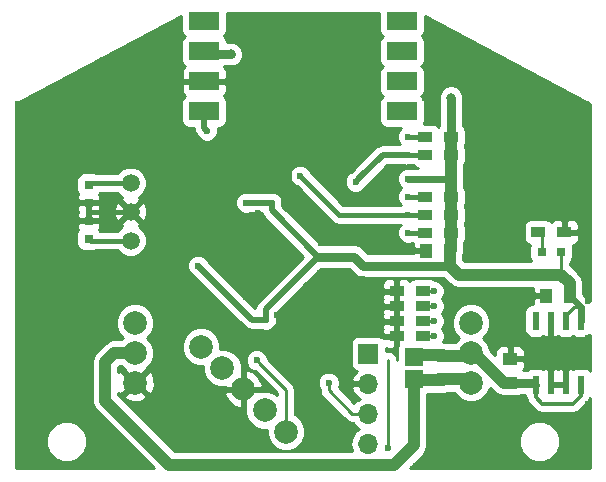
<source format=gtl>
G04 #@! TF.FileFunction,Copper,L1,Top,Signal*
%FSLAX46Y46*%
G04 Gerber Fmt 4.6, Leading zero omitted, Abs format (unit mm)*
G04 Created by KiCad (PCBNEW 4.0.6) date 03/12/17 16:14:44*
%MOMM*%
%LPD*%
G01*
G04 APERTURE LIST*
%ADD10C,0.100000*%
%ADD11R,1.250000X1.000000*%
%ADD12R,1.000000X1.250000*%
%ADD13R,0.750000X0.800000*%
%ADD14C,2.000000*%
%ADD15R,1.200000X0.900000*%
%ADD16R,0.600000X1.550000*%
%ADD17C,1.500000*%
%ADD18R,0.800000X0.800000*%
%ADD19R,1.700000X1.700000*%
%ADD20O,1.700000X1.700000*%
%ADD21R,2.540000X1.520000*%
%ADD22R,1.524000X1.524000*%
%ADD23C,0.600000*%
%ADD24C,0.800000*%
%ADD25C,0.250000*%
%ADD26C,0.400000*%
%ADD27C,1.000000*%
%ADD28C,0.300000*%
%ADD29C,0.800000*%
%ADD30C,0.600000*%
%ADD31C,0.500000*%
%ADD32C,0.254000*%
G04 APERTURE END LIST*
D10*
D11*
X92526000Y-87030000D03*
X92526000Y-85030000D03*
X86938000Y-84760000D03*
X86938000Y-86760000D03*
D12*
X97574000Y-79680000D03*
X95574000Y-79680000D03*
D13*
X56839000Y-70294000D03*
X56839000Y-71794000D03*
X56839000Y-74842000D03*
X56839000Y-73342000D03*
D14*
X89224000Y-87046000D03*
X89224000Y-84506000D03*
X89224000Y-81966000D03*
X60776000Y-87046000D03*
X60776000Y-84506000D03*
X60776000Y-81966000D03*
D15*
X94912000Y-74295000D03*
X97112000Y-74295000D03*
X85136972Y-79294740D03*
X82936972Y-79294740D03*
X85136972Y-80564739D03*
X82936972Y-80564739D03*
X85136973Y-81834738D03*
X82936973Y-81834738D03*
X85136973Y-83104740D03*
X82936973Y-83104740D03*
D16*
X98495000Y-81806000D03*
X97225000Y-81806000D03*
X95955000Y-81806000D03*
X94685000Y-81806000D03*
X94685000Y-87206000D03*
X95955000Y-87206000D03*
X97225000Y-87206000D03*
X98495000Y-87206000D03*
D17*
X60395000Y-70128000D03*
X60395000Y-72568000D03*
X60395000Y-75008000D03*
D12*
X87430000Y-75870000D03*
X85430000Y-75870000D03*
D18*
X96812000Y-75946000D03*
X95212000Y-75946000D03*
D19*
X80518000Y-84582000D03*
D20*
X80518000Y-87122000D03*
X80518000Y-89662000D03*
X80518000Y-92202000D03*
D14*
X66364000Y-83998000D03*
X68160051Y-85794051D03*
X69956102Y-87590102D03*
X71752153Y-89386153D03*
X73548204Y-91182204D03*
D15*
X87530000Y-66218000D03*
X85330000Y-66218000D03*
X87530000Y-67742000D03*
X85330000Y-67742000D03*
X87530000Y-71298000D03*
X85330000Y-71298000D03*
X87530000Y-72822000D03*
X85330000Y-72822000D03*
X87530000Y-74346000D03*
X85330000Y-74346000D03*
D21*
X66620000Y-56439000D03*
X66618000Y-58979000D03*
X66618000Y-61519000D03*
X66618000Y-64059000D03*
X83378000Y-61519000D03*
X83380000Y-56439000D03*
X83378000Y-58979000D03*
X83378000Y-64059000D03*
D22*
X84398000Y-84836200D03*
X84398000Y-86715800D03*
D23*
X82232500Y-92583006D03*
X61849000Y-94043500D03*
X50863500Y-94043500D03*
X50863500Y-88582500D03*
X50863500Y-78422500D03*
X50863500Y-68262500D03*
X92075000Y-94043500D03*
X99003000Y-63424000D03*
X99130000Y-83236000D03*
X99130000Y-85649000D03*
X99130000Y-88824000D03*
X99165643Y-80164818D03*
X99060000Y-94043506D03*
X84582000Y-94107000D03*
X71882000Y-92646500D03*
X78867000Y-92583000D03*
X64262000Y-92646500D03*
X81216500Y-55943500D03*
X68834000Y-55943500D03*
X91757500Y-59690000D03*
X85534500Y-56387998D03*
X58102504Y-59753500D03*
X74930000Y-55943500D03*
X64516004Y-56324500D03*
X89408000Y-66294000D03*
X90875000Y-87935000D03*
X63951000Y-76378000D03*
X67126000Y-74473000D03*
X70174000Y-79807000D03*
X76524000Y-75235000D03*
X73349000Y-71933000D03*
X74746000Y-76378000D03*
X71190000Y-72695000D03*
X72752149Y-81331000D03*
X76397000Y-77775000D03*
X72079000Y-79172000D03*
X85795000Y-88189000D03*
X70174000Y-84506000D03*
X68269000Y-83363000D03*
X64459000Y-80696000D03*
X56839000Y-89459000D03*
X58998000Y-82855000D03*
X55315000Y-72568000D03*
X66237000Y-71425000D03*
X80207000Y-67488000D03*
X73857000Y-68504000D03*
X68142000Y-65710000D03*
X68777000Y-60503000D03*
X73603000Y-60630000D03*
X81223000Y-60503000D03*
X85287000Y-62916000D03*
X88716000Y-76505000D03*
X93923000Y-76378000D03*
X94177000Y-79299000D03*
X91002000Y-83871000D03*
X93669000Y-88443000D03*
X94177000Y-85522000D03*
X87446000Y-83109000D03*
X87573000Y-79299000D03*
X80080000Y-78283000D03*
X77032000Y-80823000D03*
X75127000Y-83236000D03*
X74492000Y-89586000D03*
X71952000Y-83363000D03*
X73349000Y-86030000D03*
X64078000Y-72187000D03*
X99130000Y-68250000D03*
X50870000Y-63424000D03*
X80842000Y-75108000D03*
X71444000Y-68504000D03*
X69285000Y-72568000D03*
X79699000Y-71806000D03*
X84074000Y-68758000D03*
X76778000Y-76378000D03*
X70174002Y-71806000D03*
X72333000Y-71805998D03*
X71825022Y-81712000D03*
X66110000Y-77140000D03*
D24*
X87522200Y-62916000D03*
D23*
X83890000Y-69774000D03*
D24*
X68904000Y-59233000D03*
D23*
X66872000Y-65710000D03*
X83890000Y-74346000D03*
X74746000Y-69520000D03*
X83890000Y-72822000D03*
X83890000Y-71298000D03*
X79445000Y-70028000D03*
X83890000Y-67742000D03*
X83890000Y-66218000D03*
X86049000Y-79299000D03*
X86049000Y-80569000D03*
X86049000Y-81839000D03*
X86049000Y-83109000D03*
X71062997Y-85140997D03*
X77159000Y-87046000D03*
D25*
X82232500Y-85169502D02*
X82232500Y-92158742D01*
X82232500Y-92158742D02*
X82232500Y-92583006D01*
X82157999Y-85095001D02*
X82232500Y-85169502D01*
X51287764Y-94043500D02*
X61849000Y-94043500D01*
X50863500Y-94043500D02*
X51287764Y-94043500D01*
X50863500Y-78422500D02*
X50863500Y-88582500D01*
X50870000Y-63424000D02*
X50870000Y-68256000D01*
X50870000Y-68256000D02*
X50863500Y-68262500D01*
X99060000Y-94043506D02*
X92075006Y-94043506D01*
X92075006Y-94043506D02*
X92075000Y-94043500D01*
X99130000Y-93973506D02*
X99060000Y-94043506D01*
X99130000Y-83236000D02*
X99130000Y-85649000D01*
X99003000Y-63424000D02*
X99003000Y-80002175D01*
X99003000Y-80002175D02*
X99165643Y-80164818D01*
X99130000Y-88824000D02*
X99130000Y-93973506D01*
X74492000Y-89586000D02*
X75870000Y-89586000D01*
X75870000Y-89586000D02*
X78867000Y-92583000D01*
X64459000Y-80696000D02*
X64459000Y-92449500D01*
X64459000Y-92449500D02*
X64262000Y-92646500D01*
X74930000Y-55943500D02*
X81216500Y-55943500D01*
X74930000Y-55943500D02*
X68834000Y-55943500D01*
X50870000Y-63424000D02*
X54178000Y-63424000D01*
X54178000Y-63424000D02*
X57678240Y-59923760D01*
X57678240Y-59923760D02*
X57678240Y-59753500D01*
X57678240Y-59753500D02*
X58102504Y-59753500D01*
X90875000Y-88443000D02*
X90367000Y-88443000D01*
X93669000Y-88443000D02*
X90875000Y-88443000D01*
X90875000Y-88443000D02*
X90875000Y-87935000D01*
X65348000Y-76251000D02*
X65221000Y-76378000D01*
X65221000Y-76378000D02*
X63951000Y-76378000D01*
X65602000Y-75997000D02*
X65348000Y-76251000D01*
X67126000Y-74473000D02*
X65602000Y-75997000D01*
X72079000Y-79172000D02*
X70809000Y-79172000D01*
X70809000Y-79172000D02*
X70174000Y-79807000D01*
X73857000Y-68504000D02*
X73857000Y-71425000D01*
X73857000Y-71425000D02*
X73349000Y-71933000D01*
X74746000Y-76505000D02*
X74746000Y-76378000D01*
X72079000Y-79172000D02*
X74746000Y-76505000D01*
X69285000Y-72568000D02*
X69539000Y-72822000D01*
X69539000Y-72822000D02*
X71063000Y-72822000D01*
X71063000Y-72822000D02*
X71190000Y-72695000D01*
X77032000Y-80823000D02*
X77032000Y-78410000D01*
X77032000Y-78410000D02*
X76397000Y-77775000D01*
X89986000Y-88824000D02*
X86430000Y-88824000D01*
X86430000Y-88824000D02*
X85795000Y-88189000D01*
X90367000Y-88443000D02*
X89986000Y-88824000D01*
X68269000Y-83363000D02*
X69031000Y-83363000D01*
X69031000Y-83363000D02*
X70174000Y-84506000D01*
X56585000Y-84843736D02*
X56585000Y-89205000D01*
X56585000Y-89205000D02*
X56839000Y-89459000D01*
X58998000Y-82855000D02*
X58573736Y-82855000D01*
X58573736Y-82855000D02*
X56585000Y-84843736D01*
X55696000Y-73330000D02*
X55315000Y-72949000D01*
X55315000Y-72949000D02*
X55315000Y-72568000D01*
X56202000Y-73330000D02*
X55696000Y-73330000D01*
X56839000Y-73342000D02*
X56214000Y-73342000D01*
X56214000Y-73342000D02*
X56202000Y-73330000D01*
X68142000Y-65710000D02*
X68142000Y-69520000D01*
X68142000Y-69520000D02*
X66237000Y-71425000D01*
X73857000Y-68504000D02*
X79191000Y-68504000D01*
X79191000Y-68504000D02*
X80207000Y-67488000D01*
X68904000Y-61054264D02*
X68904000Y-64948000D01*
X68904000Y-64948000D02*
X68142000Y-65710000D01*
X68777000Y-60503000D02*
X68777000Y-60927264D01*
X68777000Y-60927264D02*
X68904000Y-61054264D01*
X81223000Y-60503000D02*
X73730000Y-60503000D01*
X73730000Y-60503000D02*
X73603000Y-60630000D01*
X93923000Y-76378000D02*
X88843000Y-76378000D01*
X88843000Y-76378000D02*
X88716000Y-76505000D01*
X91764000Y-80442000D02*
X90621000Y-79299000D01*
X92526000Y-81204000D02*
X91764000Y-80442000D01*
X91764000Y-80442000D02*
X93034000Y-80442000D01*
X93034000Y-80442000D02*
X94177000Y-79299000D01*
X92526000Y-83490000D02*
X92526000Y-81204000D01*
X92526000Y-85030000D02*
X92526000Y-83490000D01*
X92526000Y-83490000D02*
X91383000Y-83490000D01*
X91383000Y-83490000D02*
X91002000Y-83871000D01*
X92526000Y-85030000D02*
X93685000Y-85030000D01*
X93685000Y-85030000D02*
X94177000Y-85522000D01*
X90621000Y-79299000D02*
X87573000Y-79299000D01*
X80518000Y-87122000D02*
X79013000Y-87122000D01*
X79013000Y-87122000D02*
X75127000Y-83236000D01*
X73349000Y-86030000D02*
X73349000Y-84760000D01*
X73349000Y-84760000D02*
X71952000Y-83363000D01*
X66618000Y-61519000D02*
X56204000Y-61519000D01*
X56204000Y-61519000D02*
X54299000Y-63424000D01*
X54299000Y-63424000D02*
X50870000Y-63424000D01*
D26*
X56839000Y-72634082D02*
X56839000Y-73342000D01*
X56839000Y-71794001D02*
X56839000Y-72634082D01*
X56839000Y-72634082D02*
X56905082Y-72568001D01*
X56905082Y-72568001D02*
X60395000Y-72568001D01*
X56839000Y-71794000D02*
X56839000Y-71794001D01*
D27*
X89224000Y-84506000D02*
X89478000Y-84506000D01*
X89478000Y-84506000D02*
X92002000Y-87030000D01*
X92002000Y-87030000D02*
X92526000Y-87030000D01*
X86938000Y-84760000D02*
X88970000Y-84760000D01*
X88970000Y-84760000D02*
X89224000Y-84506000D01*
X86938000Y-84760000D02*
X86874500Y-84696500D01*
X86874500Y-84696500D02*
X84398000Y-84696500D01*
D28*
X94685000Y-87206000D02*
X94685000Y-88281000D01*
X94685000Y-88281000D02*
X95228000Y-88824000D01*
X95228000Y-88824000D02*
X97860000Y-88824000D01*
X97860000Y-88824000D02*
X98495000Y-88189000D01*
X98495000Y-88189000D02*
X98495000Y-87206000D01*
D29*
X92526000Y-87030000D02*
X94509000Y-87030000D01*
D30*
X94509000Y-87030000D02*
X94685000Y-87206000D01*
D29*
X80080000Y-77140000D02*
X79318000Y-76378000D01*
X87414000Y-77140000D02*
X80080000Y-77140000D01*
X79318000Y-76378000D02*
X76778000Y-76378000D01*
X87430000Y-77124000D02*
X87414000Y-77140000D01*
X76778000Y-76378000D02*
X76270000Y-76378000D01*
D25*
X98495000Y-80601000D02*
X97955000Y-80601000D01*
X97955000Y-80601000D02*
X97225000Y-81331000D01*
X97225000Y-81331000D02*
X97225000Y-81806000D01*
D30*
X98495000Y-80601000D02*
X97574000Y-79680000D01*
X98495000Y-81806000D02*
X98495000Y-80601000D01*
D31*
X76270000Y-76378000D02*
X72333000Y-72441000D01*
X72333000Y-72441000D02*
X72333000Y-71805998D01*
X70174004Y-71805998D02*
X70174002Y-71806000D01*
X72333000Y-71805998D02*
X70174004Y-71805998D01*
X71825022Y-81712000D02*
X71825022Y-80822978D01*
X71825022Y-80822978D02*
X76270000Y-76378000D01*
D25*
X96812000Y-75946000D02*
X96812000Y-77870000D01*
X96812000Y-77870000D02*
X96844000Y-77902000D01*
D27*
X88208000Y-77902000D02*
X96844000Y-77902000D01*
D31*
X66110000Y-77140000D02*
X70682000Y-81712000D01*
X71400758Y-81712000D02*
X71825022Y-81712000D01*
X70682000Y-81712000D02*
X71400758Y-81712000D01*
D29*
X87530000Y-62923800D02*
X87522200Y-62916000D01*
X87530000Y-66218000D02*
X87530000Y-62923800D01*
D27*
X87530000Y-66218000D02*
X87530000Y-67742000D01*
X87530000Y-67742000D02*
X87530000Y-71298000D01*
X87530000Y-72822000D02*
X87530000Y-71298000D01*
X87530000Y-74346000D02*
X87530000Y-72822000D01*
X87530000Y-74346000D02*
X87530000Y-75770000D01*
X87530000Y-75770000D02*
X87430000Y-75870000D01*
X87430000Y-75870000D02*
X87430000Y-77124000D01*
X87430000Y-77124000D02*
X88208000Y-77902000D01*
X96844000Y-77902000D02*
X97574000Y-78632000D01*
X97574000Y-78632000D02*
X97574000Y-79680000D01*
D28*
X97828000Y-79426000D02*
X97574000Y-79680000D01*
D29*
X87530000Y-67742000D02*
X87530000Y-69266000D01*
X87530000Y-69266000D02*
X87530000Y-69774000D01*
D30*
X86938000Y-69774000D02*
X87022000Y-69774000D01*
X87022000Y-69774000D02*
X87530000Y-69266000D01*
X86938000Y-69774000D02*
X87530000Y-69774000D01*
X83890000Y-69774000D02*
X86938000Y-69774000D01*
D29*
X87530000Y-69774000D02*
X87530000Y-70282000D01*
X87530000Y-70282000D02*
X87530000Y-71298000D01*
D30*
X87022000Y-69774000D02*
X87530000Y-70282000D01*
D29*
X68904000Y-59233000D02*
X66872000Y-59233000D01*
X66872000Y-59233000D02*
X66618000Y-58979000D01*
D26*
X56839000Y-70294000D02*
X57005000Y-70128000D01*
X57005000Y-70128000D02*
X60395000Y-70128000D01*
D31*
X66618000Y-64059000D02*
X66618000Y-65456000D01*
X66618000Y-65456000D02*
X66872000Y-65710000D01*
D26*
X85330000Y-74346000D02*
X83890000Y-74346000D01*
X74746000Y-69520000D02*
X78048000Y-72822000D01*
X78048000Y-72822000D02*
X83890000Y-72822000D01*
X85330000Y-72822000D02*
X83890000Y-72822000D01*
X85330000Y-71298000D02*
X83890000Y-71298000D01*
D31*
X79744999Y-69728001D02*
X79445000Y-70028000D01*
X81731000Y-67742000D02*
X79744999Y-69728001D01*
X83890000Y-67742000D02*
X81731000Y-67742000D01*
D26*
X85330000Y-67742000D02*
X83890000Y-67742000D01*
X85330000Y-66218000D02*
X83890000Y-66218000D01*
X56839000Y-74842000D02*
X57005000Y-75008000D01*
X57005000Y-75008000D02*
X60395000Y-75008000D01*
D25*
X95212000Y-75946000D02*
X95212000Y-74595000D01*
X95212000Y-74595000D02*
X94912000Y-74295000D01*
X86049000Y-79299000D02*
X85141232Y-79299000D01*
X85141232Y-79299000D02*
X85136972Y-79294740D01*
X85136972Y-80564739D02*
X86044739Y-80564739D01*
X86044739Y-80564739D02*
X86049000Y-80569000D01*
X86049000Y-81839000D02*
X85141235Y-81839000D01*
X85141235Y-81839000D02*
X85136973Y-81834738D01*
X85136973Y-83104740D02*
X86044740Y-83104740D01*
X86044740Y-83104740D02*
X86049000Y-83109000D01*
X73548204Y-87626204D02*
X71362996Y-85440996D01*
X73548204Y-91182204D02*
X73548204Y-87626204D01*
X71362996Y-85440996D02*
X71062997Y-85140997D01*
D27*
X86938000Y-86760000D02*
X86842500Y-86855500D01*
X86842500Y-86855500D02*
X84398000Y-86855500D01*
X84398000Y-92322500D02*
X82740500Y-93980000D01*
X84398000Y-86855500D02*
X84398000Y-92322500D01*
X82740500Y-93980000D02*
X63646000Y-93980000D01*
X58236000Y-88570000D02*
X58236000Y-85268000D01*
X63646000Y-93980000D02*
X58236000Y-88570000D01*
X58998000Y-84506000D02*
X60776000Y-84506000D01*
X58236000Y-85268000D02*
X58998000Y-84506000D01*
X86938000Y-86760000D02*
X88938000Y-86760000D01*
X88938000Y-86760000D02*
X89224000Y-87046000D01*
D25*
X77159000Y-87046000D02*
X77159000Y-87681000D01*
X77159000Y-87681000D02*
X79140000Y-89662000D01*
X79140000Y-89662000D02*
X80518000Y-89662000D01*
D32*
G36*
X91199434Y-87832566D02*
X91567654Y-88078603D01*
X91583817Y-88081818D01*
X91649110Y-88126431D01*
X91901000Y-88177440D01*
X93151000Y-88177440D01*
X93386317Y-88133162D01*
X93492244Y-88065000D01*
X93753366Y-88065000D01*
X93781838Y-88216317D01*
X93920910Y-88432441D01*
X93931573Y-88439727D01*
X93959755Y-88581407D01*
X94129921Y-88836079D01*
X94672921Y-89379079D01*
X94927593Y-89549245D01*
X95228000Y-89609000D01*
X97860000Y-89609000D01*
X98160407Y-89549245D01*
X98415079Y-89379079D01*
X99050079Y-88744079D01*
X99220245Y-88489406D01*
X99226509Y-88457916D01*
X99246441Y-88445090D01*
X99290000Y-88381339D01*
X99290000Y-94290000D01*
X84035632Y-94290000D01*
X85200566Y-93125066D01*
X85208406Y-93113333D01*
X85446603Y-92756846D01*
X85528803Y-92343599D01*
X93264699Y-92343599D01*
X93528281Y-92981515D01*
X94015918Y-93470004D01*
X94653373Y-93734699D01*
X95343599Y-93735301D01*
X95981515Y-93471719D01*
X96470004Y-92984082D01*
X96734699Y-92346627D01*
X96735301Y-91656401D01*
X96471719Y-91018485D01*
X95984082Y-90529996D01*
X95346627Y-90265301D01*
X94656401Y-90264699D01*
X94018485Y-90528281D01*
X93529996Y-91015918D01*
X93265301Y-91653373D01*
X93264699Y-92343599D01*
X85528803Y-92343599D01*
X85533000Y-92322500D01*
X85533000Y-87992365D01*
X85535899Y-87990500D01*
X86842500Y-87990500D01*
X87260070Y-87907440D01*
X87563000Y-87907440D01*
X87629113Y-87895000D01*
X87805727Y-87895000D01*
X87837106Y-87970943D01*
X88296637Y-88431278D01*
X88897352Y-88680716D01*
X89547795Y-88681284D01*
X90148943Y-88432894D01*
X90609278Y-87973363D01*
X90823742Y-87456874D01*
X91199434Y-87832566D01*
X91199434Y-87832566D01*
G37*
X91199434Y-87832566D02*
X91567654Y-88078603D01*
X91583817Y-88081818D01*
X91649110Y-88126431D01*
X91901000Y-88177440D01*
X93151000Y-88177440D01*
X93386317Y-88133162D01*
X93492244Y-88065000D01*
X93753366Y-88065000D01*
X93781838Y-88216317D01*
X93920910Y-88432441D01*
X93931573Y-88439727D01*
X93959755Y-88581407D01*
X94129921Y-88836079D01*
X94672921Y-89379079D01*
X94927593Y-89549245D01*
X95228000Y-89609000D01*
X97860000Y-89609000D01*
X98160407Y-89549245D01*
X98415079Y-89379079D01*
X99050079Y-88744079D01*
X99220245Y-88489406D01*
X99226509Y-88457916D01*
X99246441Y-88445090D01*
X99290000Y-88381339D01*
X99290000Y-94290000D01*
X84035632Y-94290000D01*
X85200566Y-93125066D01*
X85208406Y-93113333D01*
X85446603Y-92756846D01*
X85528803Y-92343599D01*
X93264699Y-92343599D01*
X93528281Y-92981515D01*
X94015918Y-93470004D01*
X94653373Y-93734699D01*
X95343599Y-93735301D01*
X95981515Y-93471719D01*
X96470004Y-92984082D01*
X96734699Y-92346627D01*
X96735301Y-91656401D01*
X96471719Y-91018485D01*
X95984082Y-90529996D01*
X95346627Y-90265301D01*
X94656401Y-90264699D01*
X94018485Y-90528281D01*
X93529996Y-91015918D01*
X93265301Y-91653373D01*
X93264699Y-92343599D01*
X85528803Y-92343599D01*
X85533000Y-92322500D01*
X85533000Y-87992365D01*
X85535899Y-87990500D01*
X86842500Y-87990500D01*
X87260070Y-87907440D01*
X87563000Y-87907440D01*
X87629113Y-87895000D01*
X87805727Y-87895000D01*
X87837106Y-87970943D01*
X88296637Y-88431278D01*
X88897352Y-88680716D01*
X89547795Y-88681284D01*
X90148943Y-88432894D01*
X90609278Y-87973363D01*
X90823742Y-87456874D01*
X91199434Y-87832566D01*
G36*
X81462560Y-57199000D02*
X81506838Y-57434317D01*
X81645910Y-57650441D01*
X81729815Y-57707771D01*
X81656559Y-57754910D01*
X81511569Y-57967110D01*
X81460560Y-58219000D01*
X81460560Y-59739000D01*
X81504838Y-59974317D01*
X81643910Y-60190441D01*
X81728785Y-60248434D01*
X81656559Y-60294910D01*
X81511569Y-60507110D01*
X81460560Y-60759000D01*
X81460560Y-62279000D01*
X81504838Y-62514317D01*
X81643910Y-62730441D01*
X81728785Y-62788434D01*
X81656559Y-62834910D01*
X81511569Y-63047110D01*
X81460560Y-63299000D01*
X81460560Y-64819000D01*
X81504838Y-65054317D01*
X81643910Y-65270441D01*
X81856110Y-65415431D01*
X82108000Y-65466440D01*
X83319427Y-65466440D01*
X83097808Y-65687673D01*
X82955162Y-66031201D01*
X82954838Y-66403167D01*
X83096883Y-66746943D01*
X83206748Y-66857000D01*
X81731005Y-66857000D01*
X81731000Y-66856999D01*
X81392326Y-66924366D01*
X81323190Y-66970561D01*
X81105210Y-67116210D01*
X81105208Y-67116213D01*
X79119209Y-69102211D01*
X79119207Y-69102214D01*
X79036165Y-69185255D01*
X78916057Y-69234883D01*
X78652808Y-69497673D01*
X78510162Y-69841201D01*
X78509838Y-70213167D01*
X78651883Y-70556943D01*
X78914673Y-70820192D01*
X79258201Y-70962838D01*
X79630167Y-70963162D01*
X79973943Y-70821117D01*
X80237192Y-70558327D01*
X80287566Y-70437013D01*
X80370786Y-70353793D01*
X80370789Y-70353791D01*
X82097579Y-68627000D01*
X83583178Y-68627000D01*
X83703201Y-68676838D01*
X84075167Y-68677162D01*
X84242988Y-68607820D01*
X84265910Y-68643441D01*
X84478110Y-68788431D01*
X84727827Y-68839000D01*
X83890816Y-68839000D01*
X83704833Y-68838838D01*
X83361057Y-68980883D01*
X83097808Y-69243673D01*
X82955162Y-69587201D01*
X82954838Y-69959167D01*
X83096883Y-70302943D01*
X83329709Y-70536176D01*
X83097808Y-70767673D01*
X82955162Y-71111201D01*
X82954838Y-71483167D01*
X83096883Y-71826943D01*
X83256661Y-71987000D01*
X78393868Y-71987000D01*
X75638535Y-69231667D01*
X75539117Y-68991057D01*
X75276327Y-68727808D01*
X74932799Y-68585162D01*
X74560833Y-68584838D01*
X74217057Y-68726883D01*
X73953808Y-68989673D01*
X73811162Y-69333201D01*
X73810838Y-69705167D01*
X73952883Y-70048943D01*
X74215673Y-70312192D01*
X74457910Y-70412778D01*
X77457566Y-73412434D01*
X77728459Y-73593439D01*
X78048000Y-73657000D01*
X83256758Y-73657000D01*
X83097808Y-73815673D01*
X82955162Y-74159201D01*
X82954838Y-74531167D01*
X83096883Y-74874943D01*
X83359673Y-75138192D01*
X83703201Y-75280838D01*
X84075167Y-75281162D01*
X84242988Y-75211820D01*
X84265910Y-75247441D01*
X84295000Y-75267317D01*
X84295000Y-75584250D01*
X84453750Y-75743000D01*
X85303000Y-75743000D01*
X85303000Y-75723000D01*
X85557000Y-75723000D01*
X85557000Y-75743000D01*
X85577000Y-75743000D01*
X85577000Y-75997000D01*
X85557000Y-75997000D01*
X85557000Y-76017000D01*
X85303000Y-76017000D01*
X85303000Y-75997000D01*
X84453750Y-75997000D01*
X84345750Y-76105000D01*
X80508711Y-76105000D01*
X80049856Y-75646144D01*
X79714077Y-75421785D01*
X79318000Y-75342999D01*
X79317995Y-75343000D01*
X76486579Y-75343000D01*
X73229267Y-72085687D01*
X73267838Y-71992797D01*
X73268162Y-71620831D01*
X73126117Y-71277055D01*
X72863327Y-71013806D01*
X72519799Y-70871160D01*
X72147833Y-70870836D01*
X72026431Y-70920998D01*
X70480819Y-70920998D01*
X70360801Y-70871162D01*
X69988835Y-70870838D01*
X69645059Y-71012883D01*
X69381810Y-71275673D01*
X69239164Y-71619201D01*
X69238840Y-71991167D01*
X69380885Y-72334943D01*
X69643675Y-72598192D01*
X69987203Y-72740838D01*
X70359169Y-72741162D01*
X70480575Y-72690998D01*
X71497728Y-72690998D01*
X71504190Y-72723484D01*
X71515367Y-72779675D01*
X71668462Y-73008799D01*
X71707210Y-73066790D01*
X75018421Y-76378000D01*
X71199232Y-80197188D01*
X71007389Y-80484303D01*
X71007389Y-80484304D01*
X70957365Y-80735786D01*
X66952744Y-76731164D01*
X66903117Y-76611057D01*
X66640327Y-76347808D01*
X66296799Y-76205162D01*
X65924833Y-76204838D01*
X65581057Y-76346883D01*
X65317808Y-76609673D01*
X65175162Y-76953201D01*
X65174838Y-77325167D01*
X65316883Y-77668943D01*
X65579673Y-77932192D01*
X65700986Y-77982566D01*
X70056208Y-82337787D01*
X70056210Y-82337790D01*
X70343325Y-82529633D01*
X70682000Y-82597000D01*
X71518200Y-82597000D01*
X71638223Y-82646838D01*
X72010189Y-82647162D01*
X72353965Y-82505117D01*
X72617214Y-82242327D01*
X72667806Y-82120488D01*
X81701973Y-82120488D01*
X81701973Y-82411048D01*
X81726284Y-82469739D01*
X81701973Y-82528430D01*
X81701973Y-82818990D01*
X81860723Y-82977740D01*
X82809973Y-82977740D01*
X82809973Y-81961738D01*
X81860723Y-81961738D01*
X81701973Y-82120488D01*
X72667806Y-82120488D01*
X72759860Y-81898799D01*
X72760184Y-81526833D01*
X72710022Y-81405431D01*
X72710022Y-81189558D01*
X73049090Y-80850489D01*
X81701972Y-80850489D01*
X81701972Y-81141049D01*
X81726283Y-81199740D01*
X81701973Y-81258428D01*
X81701973Y-81548988D01*
X81860723Y-81707738D01*
X82809973Y-81707738D01*
X82809973Y-80908488D01*
X82809972Y-80908487D01*
X82809972Y-80691739D01*
X81860722Y-80691739D01*
X81701972Y-80850489D01*
X73049090Y-80850489D01*
X74319089Y-79580490D01*
X81701972Y-79580490D01*
X81701972Y-79871050D01*
X81726282Y-79929740D01*
X81701972Y-79988429D01*
X81701972Y-80278989D01*
X81860722Y-80437739D01*
X82809972Y-80437739D01*
X82809972Y-79421740D01*
X81860722Y-79421740D01*
X81701972Y-79580490D01*
X74319089Y-79580490D01*
X75181149Y-78718430D01*
X81701972Y-78718430D01*
X81701972Y-79008990D01*
X81860722Y-79167740D01*
X82809972Y-79167740D01*
X82809972Y-78368490D01*
X82651222Y-78209740D01*
X82210663Y-78209740D01*
X81977274Y-78306413D01*
X81798645Y-78485041D01*
X81701972Y-78718430D01*
X75181149Y-78718430D01*
X76486579Y-77413000D01*
X78889288Y-77413000D01*
X79348142Y-77871853D01*
X79348144Y-77871856D01*
X79651930Y-78074838D01*
X79683923Y-78096215D01*
X80080000Y-78175001D01*
X80080005Y-78175000D01*
X86875868Y-78175000D01*
X87405434Y-78704566D01*
X87773654Y-78950603D01*
X88208000Y-79037000D01*
X94439000Y-79037000D01*
X94439000Y-79394250D01*
X94597750Y-79553000D01*
X95447000Y-79553000D01*
X95447000Y-79533000D01*
X95701000Y-79533000D01*
X95701000Y-79553000D01*
X95721000Y-79553000D01*
X95721000Y-79807000D01*
X95701000Y-79807000D01*
X95701000Y-79827000D01*
X95447000Y-79827000D01*
X95447000Y-79807000D01*
X94597750Y-79807000D01*
X94439000Y-79965750D01*
X94439000Y-80383560D01*
X94385000Y-80383560D01*
X94149683Y-80427838D01*
X93933559Y-80566910D01*
X93788569Y-80779110D01*
X93737560Y-81031000D01*
X93737560Y-82581000D01*
X93781838Y-82816317D01*
X93920910Y-83032441D01*
X94133110Y-83177431D01*
X94385000Y-83228440D01*
X94985000Y-83228440D01*
X95220317Y-83184162D01*
X95310980Y-83125822D01*
X95528690Y-83216000D01*
X95669250Y-83216000D01*
X95828000Y-83057250D01*
X95828000Y-81933000D01*
X95808000Y-81933000D01*
X95808000Y-81679000D01*
X95828000Y-81679000D01*
X95828000Y-81659000D01*
X96082000Y-81659000D01*
X96082000Y-81679000D01*
X96102000Y-81679000D01*
X96102000Y-81933000D01*
X96082000Y-81933000D01*
X96082000Y-83057250D01*
X96240750Y-83216000D01*
X96381310Y-83216000D01*
X96598122Y-83126194D01*
X96673110Y-83177431D01*
X96925000Y-83228440D01*
X97525000Y-83228440D01*
X97760317Y-83184162D01*
X97859528Y-83120322D01*
X97943110Y-83177431D01*
X98195000Y-83228440D01*
X98795000Y-83228440D01*
X99030317Y-83184162D01*
X99246441Y-83045090D01*
X99290000Y-82981339D01*
X99290000Y-86027594D01*
X99259090Y-85979559D01*
X99046890Y-85834569D01*
X98795000Y-85783560D01*
X98195000Y-85783560D01*
X97959683Y-85827838D01*
X97869020Y-85886178D01*
X97651310Y-85796000D01*
X97510750Y-85796000D01*
X97352000Y-85954750D01*
X97352000Y-87079000D01*
X97372000Y-87079000D01*
X97372000Y-87333000D01*
X97352000Y-87333000D01*
X97352000Y-87353000D01*
X97098000Y-87353000D01*
X97098000Y-87333000D01*
X96082000Y-87333000D01*
X96082000Y-87353000D01*
X95828000Y-87353000D01*
X95828000Y-87333000D01*
X95808000Y-87333000D01*
X95808000Y-87079000D01*
X95828000Y-87079000D01*
X95828000Y-85954750D01*
X96082000Y-85954750D01*
X96082000Y-87079000D01*
X97098000Y-87079000D01*
X97098000Y-85954750D01*
X96939250Y-85796000D01*
X96798690Y-85796000D01*
X96590000Y-85882442D01*
X96381310Y-85796000D01*
X96240750Y-85796000D01*
X96082000Y-85954750D01*
X95828000Y-85954750D01*
X95669250Y-85796000D01*
X95528690Y-85796000D01*
X95311878Y-85885806D01*
X95236890Y-85834569D01*
X94985000Y-85783560D01*
X94385000Y-85783560D01*
X94149683Y-85827838D01*
X93933559Y-85966910D01*
X93914366Y-85995000D01*
X93584026Y-85995000D01*
X93689327Y-85889698D01*
X93786000Y-85656309D01*
X93786000Y-85315750D01*
X93627250Y-85157000D01*
X92653000Y-85157000D01*
X92653000Y-85177000D01*
X92399000Y-85177000D01*
X92399000Y-85157000D01*
X92379000Y-85157000D01*
X92379000Y-84903000D01*
X92399000Y-84903000D01*
X92399000Y-84053750D01*
X92653000Y-84053750D01*
X92653000Y-84903000D01*
X93627250Y-84903000D01*
X93786000Y-84744250D01*
X93786000Y-84403691D01*
X93689327Y-84170302D01*
X93510699Y-83991673D01*
X93277310Y-83895000D01*
X92811750Y-83895000D01*
X92653000Y-84053750D01*
X92399000Y-84053750D01*
X92240250Y-83895000D01*
X91774690Y-83895000D01*
X91541301Y-83991673D01*
X91362673Y-84170302D01*
X91266000Y-84403691D01*
X91266000Y-84688868D01*
X90859197Y-84282065D01*
X90859284Y-84182205D01*
X90610894Y-83581057D01*
X90266241Y-83235801D01*
X90609278Y-82893363D01*
X90858716Y-82292648D01*
X90859284Y-81642205D01*
X90610894Y-81041057D01*
X90151363Y-80580722D01*
X89550648Y-80331284D01*
X88900205Y-80330716D01*
X88299057Y-80579106D01*
X87838722Y-81038637D01*
X87589284Y-81639352D01*
X87588716Y-82289795D01*
X87837106Y-82890943D01*
X88181759Y-83236199D01*
X87838722Y-83578637D01*
X87819470Y-83625000D01*
X87624431Y-83625000D01*
X87563000Y-83612560D01*
X87131195Y-83612560D01*
X86874500Y-83561500D01*
X86873509Y-83561500D01*
X86983838Y-83295799D01*
X86984162Y-82923833D01*
X86842117Y-82580057D01*
X86736290Y-82474046D01*
X86841192Y-82369327D01*
X86983838Y-82025799D01*
X86984162Y-81653833D01*
X86842117Y-81310057D01*
X86736290Y-81204046D01*
X86841192Y-81099327D01*
X86983838Y-80755799D01*
X86984162Y-80383833D01*
X86842117Y-80040057D01*
X86736290Y-79934046D01*
X86841192Y-79829327D01*
X86983838Y-79485799D01*
X86984162Y-79113833D01*
X86842117Y-78770057D01*
X86579327Y-78506808D01*
X86235799Y-78364162D01*
X86158320Y-78364095D01*
X85988862Y-78248309D01*
X85736972Y-78197300D01*
X84536972Y-78197300D01*
X84301655Y-78241578D01*
X84085531Y-78380650D01*
X84039003Y-78448746D01*
X83896670Y-78306413D01*
X83663281Y-78209740D01*
X83222722Y-78209740D01*
X83063972Y-78368490D01*
X83063972Y-79167740D01*
X83083972Y-79167740D01*
X83083972Y-79421740D01*
X83063972Y-79421740D01*
X83063972Y-80437739D01*
X83083972Y-80437739D01*
X83083972Y-80691739D01*
X83063972Y-80691739D01*
X83063972Y-81490989D01*
X83063973Y-81490990D01*
X83063973Y-81707738D01*
X83083973Y-81707738D01*
X83083973Y-81961738D01*
X83063973Y-81961738D01*
X83063973Y-82977740D01*
X83083973Y-82977740D01*
X83083973Y-83231740D01*
X83063973Y-83231740D01*
X83063973Y-83786594D01*
X83039569Y-83822310D01*
X82988560Y-84074200D01*
X82988560Y-85149694D01*
X82946918Y-84940346D01*
X82934648Y-84878662D01*
X82769901Y-84632101D01*
X82695400Y-84557600D01*
X82448838Y-84392853D01*
X82157999Y-84335001D01*
X82015440Y-84363358D01*
X82015440Y-84108875D01*
X82210664Y-84189740D01*
X82651223Y-84189740D01*
X82809973Y-84030990D01*
X82809973Y-83231740D01*
X81860723Y-83231740D01*
X81820098Y-83272365D01*
X81619890Y-83135569D01*
X81368000Y-83084560D01*
X79668000Y-83084560D01*
X79432683Y-83128838D01*
X79216559Y-83267910D01*
X79071569Y-83480110D01*
X79020560Y-83732000D01*
X79020560Y-85432000D01*
X79064838Y-85667317D01*
X79203910Y-85883441D01*
X79416110Y-86028431D01*
X79524107Y-86050301D01*
X79246355Y-86355076D01*
X79076524Y-86765110D01*
X79197845Y-86995000D01*
X80391000Y-86995000D01*
X80391000Y-86975000D01*
X80645000Y-86975000D01*
X80645000Y-86995000D01*
X80665000Y-86995000D01*
X80665000Y-87249000D01*
X80645000Y-87249000D01*
X80645000Y-87269000D01*
X80391000Y-87269000D01*
X80391000Y-87249000D01*
X79197845Y-87249000D01*
X79076524Y-87478890D01*
X79246355Y-87888924D01*
X79636642Y-88317183D01*
X79779553Y-88384298D01*
X79438853Y-88611946D01*
X79329062Y-88776260D01*
X78003400Y-87450598D01*
X78093838Y-87232799D01*
X78094162Y-86860833D01*
X77952117Y-86517057D01*
X77689327Y-86253808D01*
X77345799Y-86111162D01*
X76973833Y-86110838D01*
X76630057Y-86252883D01*
X76366808Y-86515673D01*
X76224162Y-86859201D01*
X76223838Y-87231167D01*
X76365883Y-87574943D01*
X76399000Y-87608118D01*
X76399000Y-87681000D01*
X76456852Y-87971839D01*
X76621599Y-88218401D01*
X78602599Y-90199401D01*
X78849161Y-90364148D01*
X79140000Y-90422000D01*
X79245046Y-90422000D01*
X79438853Y-90712054D01*
X79768026Y-90932000D01*
X79438853Y-91151946D01*
X79116946Y-91633715D01*
X79003907Y-92202000D01*
X79116946Y-92770285D01*
X79166869Y-92845000D01*
X64116132Y-92845000D01*
X59469664Y-88198532D01*
X59803073Y-88198532D01*
X59901736Y-88465387D01*
X60511461Y-88691908D01*
X61161460Y-88667856D01*
X61650264Y-88465387D01*
X61748927Y-88198532D01*
X60776000Y-87225605D01*
X59803073Y-88198532D01*
X59469664Y-88198532D01*
X59371000Y-88099868D01*
X59371000Y-87925583D01*
X59623468Y-88018927D01*
X60596395Y-87046000D01*
X60955605Y-87046000D01*
X61928532Y-88018927D01*
X62045821Y-87975562D01*
X68334246Y-87975562D01*
X68605212Y-88566878D01*
X69081838Y-89009489D01*
X69570642Y-89211958D01*
X69829102Y-89093028D01*
X69829102Y-87783851D01*
X69970243Y-87783851D01*
X70083102Y-87896710D01*
X70083102Y-89093028D01*
X70117394Y-89108807D01*
X70116869Y-89709948D01*
X70365259Y-90311096D01*
X70824790Y-90771431D01*
X71425505Y-91020869D01*
X71913343Y-91021295D01*
X71912920Y-91505999D01*
X72161310Y-92107147D01*
X72620841Y-92567482D01*
X73221556Y-92816920D01*
X73871999Y-92817488D01*
X74473147Y-92569098D01*
X74933482Y-92109567D01*
X75182920Y-91508852D01*
X75183488Y-90858409D01*
X74935098Y-90257261D01*
X74475567Y-89796926D01*
X74308204Y-89727431D01*
X74308204Y-87626204D01*
X74250352Y-87335365D01*
X74085605Y-87088803D01*
X71998119Y-85001317D01*
X71998159Y-84955830D01*
X71856114Y-84612054D01*
X71593324Y-84348805D01*
X71249796Y-84206159D01*
X70877830Y-84205835D01*
X70534054Y-84347880D01*
X70270805Y-84610670D01*
X70128159Y-84954198D01*
X70127835Y-85326164D01*
X70269880Y-85669940D01*
X70532670Y-85933189D01*
X70876198Y-86075835D01*
X70923074Y-86075876D01*
X72788204Y-87941006D01*
X72788204Y-88109753D01*
X72679516Y-88000875D01*
X72078801Y-87751437D01*
X71474584Y-87750909D01*
X71459028Y-87717102D01*
X70262710Y-87717102D01*
X70149851Y-87604243D01*
X69970243Y-87783851D01*
X69829102Y-87783851D01*
X69829102Y-87717102D01*
X68453176Y-87717102D01*
X68334246Y-87975562D01*
X62045821Y-87975562D01*
X62195387Y-87920264D01*
X62421908Y-87310539D01*
X62397856Y-86660540D01*
X62195387Y-86171736D01*
X61928532Y-86073073D01*
X60955605Y-87046000D01*
X60596395Y-87046000D01*
X59623468Y-86073073D01*
X59371000Y-86166417D01*
X59371000Y-85738132D01*
X59468132Y-85641000D01*
X59598796Y-85641000D01*
X59815978Y-85858562D01*
X59803073Y-85893468D01*
X60776000Y-86866395D01*
X61748927Y-85893468D01*
X61735836Y-85858062D01*
X62161278Y-85433363D01*
X62410716Y-84832648D01*
X62411162Y-84321795D01*
X64728716Y-84321795D01*
X64977106Y-84922943D01*
X65436637Y-85383278D01*
X66037352Y-85632716D01*
X66525190Y-85633142D01*
X66524767Y-86117846D01*
X66773157Y-86718994D01*
X67232688Y-87179329D01*
X67833403Y-87428767D01*
X68437620Y-87429295D01*
X68453176Y-87463102D01*
X69649494Y-87463102D01*
X69762353Y-87575961D01*
X69941961Y-87396353D01*
X69829102Y-87283494D01*
X69829102Y-86087176D01*
X70083102Y-86087176D01*
X70083102Y-87463102D01*
X71459028Y-87463102D01*
X71577958Y-87204642D01*
X71306992Y-86613326D01*
X70830366Y-86170715D01*
X70341562Y-85968246D01*
X70083102Y-86087176D01*
X69829102Y-86087176D01*
X69794810Y-86071397D01*
X69795335Y-85470256D01*
X69546945Y-84869108D01*
X69087414Y-84408773D01*
X68486699Y-84159335D01*
X67998861Y-84158909D01*
X67999284Y-83674205D01*
X67750894Y-83073057D01*
X67291363Y-82612722D01*
X66690648Y-82363284D01*
X66040205Y-82362716D01*
X65439057Y-82611106D01*
X64978722Y-83070637D01*
X64729284Y-83671352D01*
X64728716Y-84321795D01*
X62411162Y-84321795D01*
X62411284Y-84182205D01*
X62162894Y-83581057D01*
X61818241Y-83235801D01*
X62161278Y-82893363D01*
X62410716Y-82292648D01*
X62411284Y-81642205D01*
X62162894Y-81041057D01*
X61703363Y-80580722D01*
X61102648Y-80331284D01*
X60452205Y-80330716D01*
X59851057Y-80579106D01*
X59390722Y-81038637D01*
X59141284Y-81639352D01*
X59140716Y-82289795D01*
X59389106Y-82890943D01*
X59733759Y-83236199D01*
X59598722Y-83371000D01*
X58998000Y-83371000D01*
X58563654Y-83457397D01*
X58280790Y-83646401D01*
X58195434Y-83703434D01*
X57433434Y-84465434D01*
X57187397Y-84833654D01*
X57101000Y-85268000D01*
X57101000Y-88570000D01*
X57187397Y-89004346D01*
X57267748Y-89124599D01*
X57433434Y-89372566D01*
X62350868Y-94290000D01*
X50710000Y-94290000D01*
X50710000Y-92343599D01*
X53264699Y-92343599D01*
X53528281Y-92981515D01*
X54015918Y-93470004D01*
X54653373Y-93734699D01*
X55343599Y-93735301D01*
X55981515Y-93471719D01*
X56470004Y-92984082D01*
X56734699Y-92346627D01*
X56735301Y-91656401D01*
X56471719Y-91018485D01*
X55984082Y-90529996D01*
X55346627Y-90265301D01*
X54656401Y-90264699D01*
X54018485Y-90528281D01*
X53529996Y-91015918D01*
X53265301Y-91653373D01*
X53264699Y-92343599D01*
X50710000Y-92343599D01*
X50710000Y-74442000D01*
X55816560Y-74442000D01*
X55816560Y-75242000D01*
X55860838Y-75477317D01*
X55999910Y-75693441D01*
X56212110Y-75838431D01*
X56464000Y-75889440D01*
X57214000Y-75889440D01*
X57449317Y-75845162D01*
X57452677Y-75843000D01*
X59271564Y-75843000D01*
X59609436Y-76181461D01*
X60118298Y-76392759D01*
X60669285Y-76393240D01*
X61178515Y-76182831D01*
X61568461Y-75793564D01*
X61779759Y-75284702D01*
X61780240Y-74733715D01*
X61569831Y-74224485D01*
X61180564Y-73834539D01*
X61084583Y-73794684D01*
X61118923Y-73780460D01*
X61186912Y-73539517D01*
X60395000Y-72747605D01*
X59603088Y-73539517D01*
X59671077Y-73780460D01*
X59707596Y-73793457D01*
X59611485Y-73833169D01*
X59271061Y-74173000D01*
X57795488Y-74173000D01*
X57750671Y-74103354D01*
X57752327Y-74101698D01*
X57849000Y-73868309D01*
X57849000Y-73627750D01*
X57690250Y-73469000D01*
X56966000Y-73469000D01*
X56966000Y-73489000D01*
X56712000Y-73489000D01*
X56712000Y-73469000D01*
X55987750Y-73469000D01*
X55829000Y-73627750D01*
X55829000Y-73868309D01*
X55925673Y-74101698D01*
X55927043Y-74103068D01*
X55867569Y-74190110D01*
X55816560Y-74442000D01*
X50710000Y-74442000D01*
X50710000Y-72079750D01*
X55829000Y-72079750D01*
X55829000Y-72320309D01*
X55925673Y-72553698D01*
X55939975Y-72568000D01*
X55925673Y-72582302D01*
X55829000Y-72815691D01*
X55829000Y-73056250D01*
X55987750Y-73215000D01*
X56712000Y-73215000D01*
X56712000Y-71921000D01*
X56966000Y-71921000D01*
X56966000Y-73215000D01*
X57690250Y-73215000D01*
X57849000Y-73056250D01*
X57849000Y-72815691D01*
X57752327Y-72582302D01*
X57738025Y-72568000D01*
X57752327Y-72553698D01*
X57831245Y-72363171D01*
X58997799Y-72363171D01*
X59025770Y-72913448D01*
X59182540Y-73291923D01*
X59423483Y-73359912D01*
X60215395Y-72568000D01*
X60574605Y-72568000D01*
X61366517Y-73359912D01*
X61607460Y-73291923D01*
X61792201Y-72772829D01*
X61764230Y-72222552D01*
X61607460Y-71844077D01*
X61366517Y-71776088D01*
X60574605Y-72568000D01*
X60215395Y-72568000D01*
X59423483Y-71776088D01*
X59182540Y-71844077D01*
X58997799Y-72363171D01*
X57831245Y-72363171D01*
X57849000Y-72320309D01*
X57849000Y-72079750D01*
X57690250Y-71921000D01*
X56966000Y-71921000D01*
X56712000Y-71921000D01*
X55987750Y-71921000D01*
X55829000Y-72079750D01*
X50710000Y-72079750D01*
X50710000Y-69894000D01*
X55816560Y-69894000D01*
X55816560Y-70694000D01*
X55860838Y-70929317D01*
X55927329Y-71032646D01*
X55925673Y-71034302D01*
X55829000Y-71267691D01*
X55829000Y-71508250D01*
X55987750Y-71667000D01*
X56712000Y-71667000D01*
X56712000Y-71647000D01*
X56966000Y-71647000D01*
X56966000Y-71667000D01*
X57690250Y-71667000D01*
X57849000Y-71508250D01*
X57849000Y-71267691D01*
X57752327Y-71034302D01*
X57750957Y-71032932D01*
X57798740Y-70963000D01*
X59271564Y-70963000D01*
X59609436Y-71301461D01*
X59705417Y-71341316D01*
X59671077Y-71355540D01*
X59603088Y-71596483D01*
X60395000Y-72388395D01*
X61186912Y-71596483D01*
X61118923Y-71355540D01*
X61082404Y-71342543D01*
X61178515Y-71302831D01*
X61568461Y-70913564D01*
X61779759Y-70404702D01*
X61780240Y-69853715D01*
X61569831Y-69344485D01*
X61180564Y-68954539D01*
X60671702Y-68743241D01*
X60120715Y-68742760D01*
X59611485Y-68953169D01*
X59271061Y-69293000D01*
X57443328Y-69293000D01*
X57214000Y-69246560D01*
X56464000Y-69246560D01*
X56228683Y-69290838D01*
X56012559Y-69429910D01*
X55867569Y-69642110D01*
X55816560Y-69894000D01*
X50710000Y-69894000D01*
X50710000Y-63426001D01*
X50948126Y-63299000D01*
X64700560Y-63299000D01*
X64700560Y-64819000D01*
X64744838Y-65054317D01*
X64883910Y-65270441D01*
X65096110Y-65415431D01*
X65348000Y-65466440D01*
X65735076Y-65466440D01*
X65779083Y-65687673D01*
X65800367Y-65794675D01*
X65868604Y-65896799D01*
X65992210Y-66081790D01*
X66029256Y-66118836D01*
X66078883Y-66238943D01*
X66341673Y-66502192D01*
X66685201Y-66644838D01*
X67057167Y-66645162D01*
X67400943Y-66503117D01*
X67664192Y-66240327D01*
X67806838Y-65896799D01*
X67807162Y-65524833D01*
X67783035Y-65466440D01*
X67888000Y-65466440D01*
X68123317Y-65422162D01*
X68339441Y-65283090D01*
X68484431Y-65070890D01*
X68535440Y-64819000D01*
X68535440Y-63299000D01*
X68491162Y-63063683D01*
X68352090Y-62847559D01*
X68272112Y-62792913D01*
X68426327Y-62638699D01*
X68523000Y-62405310D01*
X68523000Y-61804750D01*
X68364250Y-61646000D01*
X66745000Y-61646000D01*
X66745000Y-61666000D01*
X66491000Y-61666000D01*
X66491000Y-61646000D01*
X64871750Y-61646000D01*
X64713000Y-61804750D01*
X64713000Y-62405310D01*
X64809673Y-62638699D01*
X64963080Y-62792105D01*
X64896559Y-62834910D01*
X64751569Y-63047110D01*
X64700560Y-63299000D01*
X50948126Y-63299000D01*
X64702560Y-55963302D01*
X64702560Y-57199000D01*
X64746838Y-57434317D01*
X64885910Y-57650441D01*
X64969815Y-57707771D01*
X64896559Y-57754910D01*
X64751569Y-57967110D01*
X64700560Y-58219000D01*
X64700560Y-59739000D01*
X64744838Y-59974317D01*
X64883910Y-60190441D01*
X64963888Y-60245087D01*
X64809673Y-60399301D01*
X64713000Y-60632690D01*
X64713000Y-61233250D01*
X64871750Y-61392000D01*
X66491000Y-61392000D01*
X66491000Y-61372000D01*
X66745000Y-61372000D01*
X66745000Y-61392000D01*
X68364250Y-61392000D01*
X68523000Y-61233250D01*
X68523000Y-60632690D01*
X68426327Y-60399301D01*
X68295025Y-60268000D01*
X68903670Y-60268000D01*
X69108971Y-60268179D01*
X69489515Y-60110942D01*
X69780919Y-59820046D01*
X69938820Y-59439777D01*
X69939179Y-59028029D01*
X69781942Y-58647485D01*
X69491046Y-58356081D01*
X69110777Y-58198180D01*
X68699029Y-58197821D01*
X68698596Y-58198000D01*
X68531489Y-58198000D01*
X68491162Y-57983683D01*
X68352090Y-57767559D01*
X68268185Y-57710229D01*
X68341441Y-57663090D01*
X68486431Y-57450890D01*
X68537440Y-57199000D01*
X68537440Y-55710000D01*
X81462560Y-55710000D01*
X81462560Y-57199000D01*
X81462560Y-57199000D01*
G37*
X81462560Y-57199000D02*
X81506838Y-57434317D01*
X81645910Y-57650441D01*
X81729815Y-57707771D01*
X81656559Y-57754910D01*
X81511569Y-57967110D01*
X81460560Y-58219000D01*
X81460560Y-59739000D01*
X81504838Y-59974317D01*
X81643910Y-60190441D01*
X81728785Y-60248434D01*
X81656559Y-60294910D01*
X81511569Y-60507110D01*
X81460560Y-60759000D01*
X81460560Y-62279000D01*
X81504838Y-62514317D01*
X81643910Y-62730441D01*
X81728785Y-62788434D01*
X81656559Y-62834910D01*
X81511569Y-63047110D01*
X81460560Y-63299000D01*
X81460560Y-64819000D01*
X81504838Y-65054317D01*
X81643910Y-65270441D01*
X81856110Y-65415431D01*
X82108000Y-65466440D01*
X83319427Y-65466440D01*
X83097808Y-65687673D01*
X82955162Y-66031201D01*
X82954838Y-66403167D01*
X83096883Y-66746943D01*
X83206748Y-66857000D01*
X81731005Y-66857000D01*
X81731000Y-66856999D01*
X81392326Y-66924366D01*
X81323190Y-66970561D01*
X81105210Y-67116210D01*
X81105208Y-67116213D01*
X79119209Y-69102211D01*
X79119207Y-69102214D01*
X79036165Y-69185255D01*
X78916057Y-69234883D01*
X78652808Y-69497673D01*
X78510162Y-69841201D01*
X78509838Y-70213167D01*
X78651883Y-70556943D01*
X78914673Y-70820192D01*
X79258201Y-70962838D01*
X79630167Y-70963162D01*
X79973943Y-70821117D01*
X80237192Y-70558327D01*
X80287566Y-70437013D01*
X80370786Y-70353793D01*
X80370789Y-70353791D01*
X82097579Y-68627000D01*
X83583178Y-68627000D01*
X83703201Y-68676838D01*
X84075167Y-68677162D01*
X84242988Y-68607820D01*
X84265910Y-68643441D01*
X84478110Y-68788431D01*
X84727827Y-68839000D01*
X83890816Y-68839000D01*
X83704833Y-68838838D01*
X83361057Y-68980883D01*
X83097808Y-69243673D01*
X82955162Y-69587201D01*
X82954838Y-69959167D01*
X83096883Y-70302943D01*
X83329709Y-70536176D01*
X83097808Y-70767673D01*
X82955162Y-71111201D01*
X82954838Y-71483167D01*
X83096883Y-71826943D01*
X83256661Y-71987000D01*
X78393868Y-71987000D01*
X75638535Y-69231667D01*
X75539117Y-68991057D01*
X75276327Y-68727808D01*
X74932799Y-68585162D01*
X74560833Y-68584838D01*
X74217057Y-68726883D01*
X73953808Y-68989673D01*
X73811162Y-69333201D01*
X73810838Y-69705167D01*
X73952883Y-70048943D01*
X74215673Y-70312192D01*
X74457910Y-70412778D01*
X77457566Y-73412434D01*
X77728459Y-73593439D01*
X78048000Y-73657000D01*
X83256758Y-73657000D01*
X83097808Y-73815673D01*
X82955162Y-74159201D01*
X82954838Y-74531167D01*
X83096883Y-74874943D01*
X83359673Y-75138192D01*
X83703201Y-75280838D01*
X84075167Y-75281162D01*
X84242988Y-75211820D01*
X84265910Y-75247441D01*
X84295000Y-75267317D01*
X84295000Y-75584250D01*
X84453750Y-75743000D01*
X85303000Y-75743000D01*
X85303000Y-75723000D01*
X85557000Y-75723000D01*
X85557000Y-75743000D01*
X85577000Y-75743000D01*
X85577000Y-75997000D01*
X85557000Y-75997000D01*
X85557000Y-76017000D01*
X85303000Y-76017000D01*
X85303000Y-75997000D01*
X84453750Y-75997000D01*
X84345750Y-76105000D01*
X80508711Y-76105000D01*
X80049856Y-75646144D01*
X79714077Y-75421785D01*
X79318000Y-75342999D01*
X79317995Y-75343000D01*
X76486579Y-75343000D01*
X73229267Y-72085687D01*
X73267838Y-71992797D01*
X73268162Y-71620831D01*
X73126117Y-71277055D01*
X72863327Y-71013806D01*
X72519799Y-70871160D01*
X72147833Y-70870836D01*
X72026431Y-70920998D01*
X70480819Y-70920998D01*
X70360801Y-70871162D01*
X69988835Y-70870838D01*
X69645059Y-71012883D01*
X69381810Y-71275673D01*
X69239164Y-71619201D01*
X69238840Y-71991167D01*
X69380885Y-72334943D01*
X69643675Y-72598192D01*
X69987203Y-72740838D01*
X70359169Y-72741162D01*
X70480575Y-72690998D01*
X71497728Y-72690998D01*
X71504190Y-72723484D01*
X71515367Y-72779675D01*
X71668462Y-73008799D01*
X71707210Y-73066790D01*
X75018421Y-76378000D01*
X71199232Y-80197188D01*
X71007389Y-80484303D01*
X71007389Y-80484304D01*
X70957365Y-80735786D01*
X66952744Y-76731164D01*
X66903117Y-76611057D01*
X66640327Y-76347808D01*
X66296799Y-76205162D01*
X65924833Y-76204838D01*
X65581057Y-76346883D01*
X65317808Y-76609673D01*
X65175162Y-76953201D01*
X65174838Y-77325167D01*
X65316883Y-77668943D01*
X65579673Y-77932192D01*
X65700986Y-77982566D01*
X70056208Y-82337787D01*
X70056210Y-82337790D01*
X70343325Y-82529633D01*
X70682000Y-82597000D01*
X71518200Y-82597000D01*
X71638223Y-82646838D01*
X72010189Y-82647162D01*
X72353965Y-82505117D01*
X72617214Y-82242327D01*
X72667806Y-82120488D01*
X81701973Y-82120488D01*
X81701973Y-82411048D01*
X81726284Y-82469739D01*
X81701973Y-82528430D01*
X81701973Y-82818990D01*
X81860723Y-82977740D01*
X82809973Y-82977740D01*
X82809973Y-81961738D01*
X81860723Y-81961738D01*
X81701973Y-82120488D01*
X72667806Y-82120488D01*
X72759860Y-81898799D01*
X72760184Y-81526833D01*
X72710022Y-81405431D01*
X72710022Y-81189558D01*
X73049090Y-80850489D01*
X81701972Y-80850489D01*
X81701972Y-81141049D01*
X81726283Y-81199740D01*
X81701973Y-81258428D01*
X81701973Y-81548988D01*
X81860723Y-81707738D01*
X82809973Y-81707738D01*
X82809973Y-80908488D01*
X82809972Y-80908487D01*
X82809972Y-80691739D01*
X81860722Y-80691739D01*
X81701972Y-80850489D01*
X73049090Y-80850489D01*
X74319089Y-79580490D01*
X81701972Y-79580490D01*
X81701972Y-79871050D01*
X81726282Y-79929740D01*
X81701972Y-79988429D01*
X81701972Y-80278989D01*
X81860722Y-80437739D01*
X82809972Y-80437739D01*
X82809972Y-79421740D01*
X81860722Y-79421740D01*
X81701972Y-79580490D01*
X74319089Y-79580490D01*
X75181149Y-78718430D01*
X81701972Y-78718430D01*
X81701972Y-79008990D01*
X81860722Y-79167740D01*
X82809972Y-79167740D01*
X82809972Y-78368490D01*
X82651222Y-78209740D01*
X82210663Y-78209740D01*
X81977274Y-78306413D01*
X81798645Y-78485041D01*
X81701972Y-78718430D01*
X75181149Y-78718430D01*
X76486579Y-77413000D01*
X78889288Y-77413000D01*
X79348142Y-77871853D01*
X79348144Y-77871856D01*
X79651930Y-78074838D01*
X79683923Y-78096215D01*
X80080000Y-78175001D01*
X80080005Y-78175000D01*
X86875868Y-78175000D01*
X87405434Y-78704566D01*
X87773654Y-78950603D01*
X88208000Y-79037000D01*
X94439000Y-79037000D01*
X94439000Y-79394250D01*
X94597750Y-79553000D01*
X95447000Y-79553000D01*
X95447000Y-79533000D01*
X95701000Y-79533000D01*
X95701000Y-79553000D01*
X95721000Y-79553000D01*
X95721000Y-79807000D01*
X95701000Y-79807000D01*
X95701000Y-79827000D01*
X95447000Y-79827000D01*
X95447000Y-79807000D01*
X94597750Y-79807000D01*
X94439000Y-79965750D01*
X94439000Y-80383560D01*
X94385000Y-80383560D01*
X94149683Y-80427838D01*
X93933559Y-80566910D01*
X93788569Y-80779110D01*
X93737560Y-81031000D01*
X93737560Y-82581000D01*
X93781838Y-82816317D01*
X93920910Y-83032441D01*
X94133110Y-83177431D01*
X94385000Y-83228440D01*
X94985000Y-83228440D01*
X95220317Y-83184162D01*
X95310980Y-83125822D01*
X95528690Y-83216000D01*
X95669250Y-83216000D01*
X95828000Y-83057250D01*
X95828000Y-81933000D01*
X95808000Y-81933000D01*
X95808000Y-81679000D01*
X95828000Y-81679000D01*
X95828000Y-81659000D01*
X96082000Y-81659000D01*
X96082000Y-81679000D01*
X96102000Y-81679000D01*
X96102000Y-81933000D01*
X96082000Y-81933000D01*
X96082000Y-83057250D01*
X96240750Y-83216000D01*
X96381310Y-83216000D01*
X96598122Y-83126194D01*
X96673110Y-83177431D01*
X96925000Y-83228440D01*
X97525000Y-83228440D01*
X97760317Y-83184162D01*
X97859528Y-83120322D01*
X97943110Y-83177431D01*
X98195000Y-83228440D01*
X98795000Y-83228440D01*
X99030317Y-83184162D01*
X99246441Y-83045090D01*
X99290000Y-82981339D01*
X99290000Y-86027594D01*
X99259090Y-85979559D01*
X99046890Y-85834569D01*
X98795000Y-85783560D01*
X98195000Y-85783560D01*
X97959683Y-85827838D01*
X97869020Y-85886178D01*
X97651310Y-85796000D01*
X97510750Y-85796000D01*
X97352000Y-85954750D01*
X97352000Y-87079000D01*
X97372000Y-87079000D01*
X97372000Y-87333000D01*
X97352000Y-87333000D01*
X97352000Y-87353000D01*
X97098000Y-87353000D01*
X97098000Y-87333000D01*
X96082000Y-87333000D01*
X96082000Y-87353000D01*
X95828000Y-87353000D01*
X95828000Y-87333000D01*
X95808000Y-87333000D01*
X95808000Y-87079000D01*
X95828000Y-87079000D01*
X95828000Y-85954750D01*
X96082000Y-85954750D01*
X96082000Y-87079000D01*
X97098000Y-87079000D01*
X97098000Y-85954750D01*
X96939250Y-85796000D01*
X96798690Y-85796000D01*
X96590000Y-85882442D01*
X96381310Y-85796000D01*
X96240750Y-85796000D01*
X96082000Y-85954750D01*
X95828000Y-85954750D01*
X95669250Y-85796000D01*
X95528690Y-85796000D01*
X95311878Y-85885806D01*
X95236890Y-85834569D01*
X94985000Y-85783560D01*
X94385000Y-85783560D01*
X94149683Y-85827838D01*
X93933559Y-85966910D01*
X93914366Y-85995000D01*
X93584026Y-85995000D01*
X93689327Y-85889698D01*
X93786000Y-85656309D01*
X93786000Y-85315750D01*
X93627250Y-85157000D01*
X92653000Y-85157000D01*
X92653000Y-85177000D01*
X92399000Y-85177000D01*
X92399000Y-85157000D01*
X92379000Y-85157000D01*
X92379000Y-84903000D01*
X92399000Y-84903000D01*
X92399000Y-84053750D01*
X92653000Y-84053750D01*
X92653000Y-84903000D01*
X93627250Y-84903000D01*
X93786000Y-84744250D01*
X93786000Y-84403691D01*
X93689327Y-84170302D01*
X93510699Y-83991673D01*
X93277310Y-83895000D01*
X92811750Y-83895000D01*
X92653000Y-84053750D01*
X92399000Y-84053750D01*
X92240250Y-83895000D01*
X91774690Y-83895000D01*
X91541301Y-83991673D01*
X91362673Y-84170302D01*
X91266000Y-84403691D01*
X91266000Y-84688868D01*
X90859197Y-84282065D01*
X90859284Y-84182205D01*
X90610894Y-83581057D01*
X90266241Y-83235801D01*
X90609278Y-82893363D01*
X90858716Y-82292648D01*
X90859284Y-81642205D01*
X90610894Y-81041057D01*
X90151363Y-80580722D01*
X89550648Y-80331284D01*
X88900205Y-80330716D01*
X88299057Y-80579106D01*
X87838722Y-81038637D01*
X87589284Y-81639352D01*
X87588716Y-82289795D01*
X87837106Y-82890943D01*
X88181759Y-83236199D01*
X87838722Y-83578637D01*
X87819470Y-83625000D01*
X87624431Y-83625000D01*
X87563000Y-83612560D01*
X87131195Y-83612560D01*
X86874500Y-83561500D01*
X86873509Y-83561500D01*
X86983838Y-83295799D01*
X86984162Y-82923833D01*
X86842117Y-82580057D01*
X86736290Y-82474046D01*
X86841192Y-82369327D01*
X86983838Y-82025799D01*
X86984162Y-81653833D01*
X86842117Y-81310057D01*
X86736290Y-81204046D01*
X86841192Y-81099327D01*
X86983838Y-80755799D01*
X86984162Y-80383833D01*
X86842117Y-80040057D01*
X86736290Y-79934046D01*
X86841192Y-79829327D01*
X86983838Y-79485799D01*
X86984162Y-79113833D01*
X86842117Y-78770057D01*
X86579327Y-78506808D01*
X86235799Y-78364162D01*
X86158320Y-78364095D01*
X85988862Y-78248309D01*
X85736972Y-78197300D01*
X84536972Y-78197300D01*
X84301655Y-78241578D01*
X84085531Y-78380650D01*
X84039003Y-78448746D01*
X83896670Y-78306413D01*
X83663281Y-78209740D01*
X83222722Y-78209740D01*
X83063972Y-78368490D01*
X83063972Y-79167740D01*
X83083972Y-79167740D01*
X83083972Y-79421740D01*
X83063972Y-79421740D01*
X83063972Y-80437739D01*
X83083972Y-80437739D01*
X83083972Y-80691739D01*
X83063972Y-80691739D01*
X83063972Y-81490989D01*
X83063973Y-81490990D01*
X83063973Y-81707738D01*
X83083973Y-81707738D01*
X83083973Y-81961738D01*
X83063973Y-81961738D01*
X83063973Y-82977740D01*
X83083973Y-82977740D01*
X83083973Y-83231740D01*
X83063973Y-83231740D01*
X83063973Y-83786594D01*
X83039569Y-83822310D01*
X82988560Y-84074200D01*
X82988560Y-85149694D01*
X82946918Y-84940346D01*
X82934648Y-84878662D01*
X82769901Y-84632101D01*
X82695400Y-84557600D01*
X82448838Y-84392853D01*
X82157999Y-84335001D01*
X82015440Y-84363358D01*
X82015440Y-84108875D01*
X82210664Y-84189740D01*
X82651223Y-84189740D01*
X82809973Y-84030990D01*
X82809973Y-83231740D01*
X81860723Y-83231740D01*
X81820098Y-83272365D01*
X81619890Y-83135569D01*
X81368000Y-83084560D01*
X79668000Y-83084560D01*
X79432683Y-83128838D01*
X79216559Y-83267910D01*
X79071569Y-83480110D01*
X79020560Y-83732000D01*
X79020560Y-85432000D01*
X79064838Y-85667317D01*
X79203910Y-85883441D01*
X79416110Y-86028431D01*
X79524107Y-86050301D01*
X79246355Y-86355076D01*
X79076524Y-86765110D01*
X79197845Y-86995000D01*
X80391000Y-86995000D01*
X80391000Y-86975000D01*
X80645000Y-86975000D01*
X80645000Y-86995000D01*
X80665000Y-86995000D01*
X80665000Y-87249000D01*
X80645000Y-87249000D01*
X80645000Y-87269000D01*
X80391000Y-87269000D01*
X80391000Y-87249000D01*
X79197845Y-87249000D01*
X79076524Y-87478890D01*
X79246355Y-87888924D01*
X79636642Y-88317183D01*
X79779553Y-88384298D01*
X79438853Y-88611946D01*
X79329062Y-88776260D01*
X78003400Y-87450598D01*
X78093838Y-87232799D01*
X78094162Y-86860833D01*
X77952117Y-86517057D01*
X77689327Y-86253808D01*
X77345799Y-86111162D01*
X76973833Y-86110838D01*
X76630057Y-86252883D01*
X76366808Y-86515673D01*
X76224162Y-86859201D01*
X76223838Y-87231167D01*
X76365883Y-87574943D01*
X76399000Y-87608118D01*
X76399000Y-87681000D01*
X76456852Y-87971839D01*
X76621599Y-88218401D01*
X78602599Y-90199401D01*
X78849161Y-90364148D01*
X79140000Y-90422000D01*
X79245046Y-90422000D01*
X79438853Y-90712054D01*
X79768026Y-90932000D01*
X79438853Y-91151946D01*
X79116946Y-91633715D01*
X79003907Y-92202000D01*
X79116946Y-92770285D01*
X79166869Y-92845000D01*
X64116132Y-92845000D01*
X59469664Y-88198532D01*
X59803073Y-88198532D01*
X59901736Y-88465387D01*
X60511461Y-88691908D01*
X61161460Y-88667856D01*
X61650264Y-88465387D01*
X61748927Y-88198532D01*
X60776000Y-87225605D01*
X59803073Y-88198532D01*
X59469664Y-88198532D01*
X59371000Y-88099868D01*
X59371000Y-87925583D01*
X59623468Y-88018927D01*
X60596395Y-87046000D01*
X60955605Y-87046000D01*
X61928532Y-88018927D01*
X62045821Y-87975562D01*
X68334246Y-87975562D01*
X68605212Y-88566878D01*
X69081838Y-89009489D01*
X69570642Y-89211958D01*
X69829102Y-89093028D01*
X69829102Y-87783851D01*
X69970243Y-87783851D01*
X70083102Y-87896710D01*
X70083102Y-89093028D01*
X70117394Y-89108807D01*
X70116869Y-89709948D01*
X70365259Y-90311096D01*
X70824790Y-90771431D01*
X71425505Y-91020869D01*
X71913343Y-91021295D01*
X71912920Y-91505999D01*
X72161310Y-92107147D01*
X72620841Y-92567482D01*
X73221556Y-92816920D01*
X73871999Y-92817488D01*
X74473147Y-92569098D01*
X74933482Y-92109567D01*
X75182920Y-91508852D01*
X75183488Y-90858409D01*
X74935098Y-90257261D01*
X74475567Y-89796926D01*
X74308204Y-89727431D01*
X74308204Y-87626204D01*
X74250352Y-87335365D01*
X74085605Y-87088803D01*
X71998119Y-85001317D01*
X71998159Y-84955830D01*
X71856114Y-84612054D01*
X71593324Y-84348805D01*
X71249796Y-84206159D01*
X70877830Y-84205835D01*
X70534054Y-84347880D01*
X70270805Y-84610670D01*
X70128159Y-84954198D01*
X70127835Y-85326164D01*
X70269880Y-85669940D01*
X70532670Y-85933189D01*
X70876198Y-86075835D01*
X70923074Y-86075876D01*
X72788204Y-87941006D01*
X72788204Y-88109753D01*
X72679516Y-88000875D01*
X72078801Y-87751437D01*
X71474584Y-87750909D01*
X71459028Y-87717102D01*
X70262710Y-87717102D01*
X70149851Y-87604243D01*
X69970243Y-87783851D01*
X69829102Y-87783851D01*
X69829102Y-87717102D01*
X68453176Y-87717102D01*
X68334246Y-87975562D01*
X62045821Y-87975562D01*
X62195387Y-87920264D01*
X62421908Y-87310539D01*
X62397856Y-86660540D01*
X62195387Y-86171736D01*
X61928532Y-86073073D01*
X60955605Y-87046000D01*
X60596395Y-87046000D01*
X59623468Y-86073073D01*
X59371000Y-86166417D01*
X59371000Y-85738132D01*
X59468132Y-85641000D01*
X59598796Y-85641000D01*
X59815978Y-85858562D01*
X59803073Y-85893468D01*
X60776000Y-86866395D01*
X61748927Y-85893468D01*
X61735836Y-85858062D01*
X62161278Y-85433363D01*
X62410716Y-84832648D01*
X62411162Y-84321795D01*
X64728716Y-84321795D01*
X64977106Y-84922943D01*
X65436637Y-85383278D01*
X66037352Y-85632716D01*
X66525190Y-85633142D01*
X66524767Y-86117846D01*
X66773157Y-86718994D01*
X67232688Y-87179329D01*
X67833403Y-87428767D01*
X68437620Y-87429295D01*
X68453176Y-87463102D01*
X69649494Y-87463102D01*
X69762353Y-87575961D01*
X69941961Y-87396353D01*
X69829102Y-87283494D01*
X69829102Y-86087176D01*
X70083102Y-86087176D01*
X70083102Y-87463102D01*
X71459028Y-87463102D01*
X71577958Y-87204642D01*
X71306992Y-86613326D01*
X70830366Y-86170715D01*
X70341562Y-85968246D01*
X70083102Y-86087176D01*
X69829102Y-86087176D01*
X69794810Y-86071397D01*
X69795335Y-85470256D01*
X69546945Y-84869108D01*
X69087414Y-84408773D01*
X68486699Y-84159335D01*
X67998861Y-84158909D01*
X67999284Y-83674205D01*
X67750894Y-83073057D01*
X67291363Y-82612722D01*
X66690648Y-82363284D01*
X66040205Y-82362716D01*
X65439057Y-82611106D01*
X64978722Y-83070637D01*
X64729284Y-83671352D01*
X64728716Y-84321795D01*
X62411162Y-84321795D01*
X62411284Y-84182205D01*
X62162894Y-83581057D01*
X61818241Y-83235801D01*
X62161278Y-82893363D01*
X62410716Y-82292648D01*
X62411284Y-81642205D01*
X62162894Y-81041057D01*
X61703363Y-80580722D01*
X61102648Y-80331284D01*
X60452205Y-80330716D01*
X59851057Y-80579106D01*
X59390722Y-81038637D01*
X59141284Y-81639352D01*
X59140716Y-82289795D01*
X59389106Y-82890943D01*
X59733759Y-83236199D01*
X59598722Y-83371000D01*
X58998000Y-83371000D01*
X58563654Y-83457397D01*
X58280790Y-83646401D01*
X58195434Y-83703434D01*
X57433434Y-84465434D01*
X57187397Y-84833654D01*
X57101000Y-85268000D01*
X57101000Y-88570000D01*
X57187397Y-89004346D01*
X57267748Y-89124599D01*
X57433434Y-89372566D01*
X62350868Y-94290000D01*
X50710000Y-94290000D01*
X50710000Y-92343599D01*
X53264699Y-92343599D01*
X53528281Y-92981515D01*
X54015918Y-93470004D01*
X54653373Y-93734699D01*
X55343599Y-93735301D01*
X55981515Y-93471719D01*
X56470004Y-92984082D01*
X56734699Y-92346627D01*
X56735301Y-91656401D01*
X56471719Y-91018485D01*
X55984082Y-90529996D01*
X55346627Y-90265301D01*
X54656401Y-90264699D01*
X54018485Y-90528281D01*
X53529996Y-91015918D01*
X53265301Y-91653373D01*
X53264699Y-92343599D01*
X50710000Y-92343599D01*
X50710000Y-74442000D01*
X55816560Y-74442000D01*
X55816560Y-75242000D01*
X55860838Y-75477317D01*
X55999910Y-75693441D01*
X56212110Y-75838431D01*
X56464000Y-75889440D01*
X57214000Y-75889440D01*
X57449317Y-75845162D01*
X57452677Y-75843000D01*
X59271564Y-75843000D01*
X59609436Y-76181461D01*
X60118298Y-76392759D01*
X60669285Y-76393240D01*
X61178515Y-76182831D01*
X61568461Y-75793564D01*
X61779759Y-75284702D01*
X61780240Y-74733715D01*
X61569831Y-74224485D01*
X61180564Y-73834539D01*
X61084583Y-73794684D01*
X61118923Y-73780460D01*
X61186912Y-73539517D01*
X60395000Y-72747605D01*
X59603088Y-73539517D01*
X59671077Y-73780460D01*
X59707596Y-73793457D01*
X59611485Y-73833169D01*
X59271061Y-74173000D01*
X57795488Y-74173000D01*
X57750671Y-74103354D01*
X57752327Y-74101698D01*
X57849000Y-73868309D01*
X57849000Y-73627750D01*
X57690250Y-73469000D01*
X56966000Y-73469000D01*
X56966000Y-73489000D01*
X56712000Y-73489000D01*
X56712000Y-73469000D01*
X55987750Y-73469000D01*
X55829000Y-73627750D01*
X55829000Y-73868309D01*
X55925673Y-74101698D01*
X55927043Y-74103068D01*
X55867569Y-74190110D01*
X55816560Y-74442000D01*
X50710000Y-74442000D01*
X50710000Y-72079750D01*
X55829000Y-72079750D01*
X55829000Y-72320309D01*
X55925673Y-72553698D01*
X55939975Y-72568000D01*
X55925673Y-72582302D01*
X55829000Y-72815691D01*
X55829000Y-73056250D01*
X55987750Y-73215000D01*
X56712000Y-73215000D01*
X56712000Y-71921000D01*
X56966000Y-71921000D01*
X56966000Y-73215000D01*
X57690250Y-73215000D01*
X57849000Y-73056250D01*
X57849000Y-72815691D01*
X57752327Y-72582302D01*
X57738025Y-72568000D01*
X57752327Y-72553698D01*
X57831245Y-72363171D01*
X58997799Y-72363171D01*
X59025770Y-72913448D01*
X59182540Y-73291923D01*
X59423483Y-73359912D01*
X60215395Y-72568000D01*
X60574605Y-72568000D01*
X61366517Y-73359912D01*
X61607460Y-73291923D01*
X61792201Y-72772829D01*
X61764230Y-72222552D01*
X61607460Y-71844077D01*
X61366517Y-71776088D01*
X60574605Y-72568000D01*
X60215395Y-72568000D01*
X59423483Y-71776088D01*
X59182540Y-71844077D01*
X58997799Y-72363171D01*
X57831245Y-72363171D01*
X57849000Y-72320309D01*
X57849000Y-72079750D01*
X57690250Y-71921000D01*
X56966000Y-71921000D01*
X56712000Y-71921000D01*
X55987750Y-71921000D01*
X55829000Y-72079750D01*
X50710000Y-72079750D01*
X50710000Y-69894000D01*
X55816560Y-69894000D01*
X55816560Y-70694000D01*
X55860838Y-70929317D01*
X55927329Y-71032646D01*
X55925673Y-71034302D01*
X55829000Y-71267691D01*
X55829000Y-71508250D01*
X55987750Y-71667000D01*
X56712000Y-71667000D01*
X56712000Y-71647000D01*
X56966000Y-71647000D01*
X56966000Y-71667000D01*
X57690250Y-71667000D01*
X57849000Y-71508250D01*
X57849000Y-71267691D01*
X57752327Y-71034302D01*
X57750957Y-71032932D01*
X57798740Y-70963000D01*
X59271564Y-70963000D01*
X59609436Y-71301461D01*
X59705417Y-71341316D01*
X59671077Y-71355540D01*
X59603088Y-71596483D01*
X60395000Y-72388395D01*
X61186912Y-71596483D01*
X61118923Y-71355540D01*
X61082404Y-71342543D01*
X61178515Y-71302831D01*
X61568461Y-70913564D01*
X61779759Y-70404702D01*
X61780240Y-69853715D01*
X61569831Y-69344485D01*
X61180564Y-68954539D01*
X60671702Y-68743241D01*
X60120715Y-68742760D01*
X59611485Y-68953169D01*
X59271061Y-69293000D01*
X57443328Y-69293000D01*
X57214000Y-69246560D01*
X56464000Y-69246560D01*
X56228683Y-69290838D01*
X56012559Y-69429910D01*
X55867569Y-69642110D01*
X55816560Y-69894000D01*
X50710000Y-69894000D01*
X50710000Y-63426001D01*
X50948126Y-63299000D01*
X64700560Y-63299000D01*
X64700560Y-64819000D01*
X64744838Y-65054317D01*
X64883910Y-65270441D01*
X65096110Y-65415431D01*
X65348000Y-65466440D01*
X65735076Y-65466440D01*
X65779083Y-65687673D01*
X65800367Y-65794675D01*
X65868604Y-65896799D01*
X65992210Y-66081790D01*
X66029256Y-66118836D01*
X66078883Y-66238943D01*
X66341673Y-66502192D01*
X66685201Y-66644838D01*
X67057167Y-66645162D01*
X67400943Y-66503117D01*
X67664192Y-66240327D01*
X67806838Y-65896799D01*
X67807162Y-65524833D01*
X67783035Y-65466440D01*
X67888000Y-65466440D01*
X68123317Y-65422162D01*
X68339441Y-65283090D01*
X68484431Y-65070890D01*
X68535440Y-64819000D01*
X68535440Y-63299000D01*
X68491162Y-63063683D01*
X68352090Y-62847559D01*
X68272112Y-62792913D01*
X68426327Y-62638699D01*
X68523000Y-62405310D01*
X68523000Y-61804750D01*
X68364250Y-61646000D01*
X66745000Y-61646000D01*
X66745000Y-61666000D01*
X66491000Y-61666000D01*
X66491000Y-61646000D01*
X64871750Y-61646000D01*
X64713000Y-61804750D01*
X64713000Y-62405310D01*
X64809673Y-62638699D01*
X64963080Y-62792105D01*
X64896559Y-62834910D01*
X64751569Y-63047110D01*
X64700560Y-63299000D01*
X50948126Y-63299000D01*
X64702560Y-55963302D01*
X64702560Y-57199000D01*
X64746838Y-57434317D01*
X64885910Y-57650441D01*
X64969815Y-57707771D01*
X64896559Y-57754910D01*
X64751569Y-57967110D01*
X64700560Y-58219000D01*
X64700560Y-59739000D01*
X64744838Y-59974317D01*
X64883910Y-60190441D01*
X64963888Y-60245087D01*
X64809673Y-60399301D01*
X64713000Y-60632690D01*
X64713000Y-61233250D01*
X64871750Y-61392000D01*
X66491000Y-61392000D01*
X66491000Y-61372000D01*
X66745000Y-61372000D01*
X66745000Y-61392000D01*
X68364250Y-61392000D01*
X68523000Y-61233250D01*
X68523000Y-60632690D01*
X68426327Y-60399301D01*
X68295025Y-60268000D01*
X68903670Y-60268000D01*
X69108971Y-60268179D01*
X69489515Y-60110942D01*
X69780919Y-59820046D01*
X69938820Y-59439777D01*
X69939179Y-59028029D01*
X69781942Y-58647485D01*
X69491046Y-58356081D01*
X69110777Y-58198180D01*
X68699029Y-58197821D01*
X68698596Y-58198000D01*
X68531489Y-58198000D01*
X68491162Y-57983683D01*
X68352090Y-57767559D01*
X68268185Y-57710229D01*
X68341441Y-57663090D01*
X68486431Y-57450890D01*
X68537440Y-57199000D01*
X68537440Y-55710000D01*
X81462560Y-55710000D01*
X81462560Y-57199000D01*
G36*
X99290000Y-63426001D02*
X99290000Y-80140184D01*
X99156145Y-79939855D01*
X98721440Y-79505150D01*
X98721440Y-79055000D01*
X98709000Y-78988887D01*
X98709000Y-78632000D01*
X98622603Y-78197654D01*
X98376566Y-77829434D01*
X97646566Y-77099434D01*
X97572000Y-77049611D01*
X97572000Y-76868931D01*
X97663441Y-76810090D01*
X97808431Y-76597890D01*
X97859440Y-76346000D01*
X97859440Y-75546000D01*
X97828205Y-75380000D01*
X97838309Y-75380000D01*
X98071698Y-75283327D01*
X98250327Y-75104699D01*
X98347000Y-74871310D01*
X98347000Y-74580750D01*
X98188250Y-74422000D01*
X97239000Y-74422000D01*
X97239000Y-74442000D01*
X96985000Y-74442000D01*
X96985000Y-74422000D01*
X96965000Y-74422000D01*
X96965000Y-74168000D01*
X96985000Y-74168000D01*
X96985000Y-73368750D01*
X97239000Y-73368750D01*
X97239000Y-74168000D01*
X98188250Y-74168000D01*
X98347000Y-74009250D01*
X98347000Y-73718690D01*
X98250327Y-73485301D01*
X98071698Y-73306673D01*
X97838309Y-73210000D01*
X97397750Y-73210000D01*
X97239000Y-73368750D01*
X96985000Y-73368750D01*
X96826250Y-73210000D01*
X96385691Y-73210000D01*
X96152302Y-73306673D01*
X96011064Y-73447910D01*
X95976090Y-73393559D01*
X95763890Y-73248569D01*
X95512000Y-73197560D01*
X94312000Y-73197560D01*
X94076683Y-73241838D01*
X93860559Y-73380910D01*
X93715569Y-73593110D01*
X93664560Y-73845000D01*
X93664560Y-74745000D01*
X93708838Y-74980317D01*
X93847910Y-75196441D01*
X94060110Y-75341431D01*
X94200240Y-75369808D01*
X94164560Y-75546000D01*
X94164560Y-76346000D01*
X94208838Y-76581317D01*
X94328322Y-76767000D01*
X88678132Y-76767000D01*
X88565000Y-76653868D01*
X88565000Y-76556431D01*
X88577440Y-76495000D01*
X88577440Y-76206087D01*
X88578603Y-76204346D01*
X88601547Y-76089000D01*
X88665000Y-75770000D01*
X88665000Y-75137797D01*
X88726431Y-75047890D01*
X88777440Y-74796000D01*
X88777440Y-73896000D01*
X88733162Y-73660683D01*
X88684566Y-73585162D01*
X88726431Y-73523890D01*
X88777440Y-73272000D01*
X88777440Y-72372000D01*
X88733162Y-72136683D01*
X88684566Y-72061162D01*
X88726431Y-71999890D01*
X88777440Y-71748000D01*
X88777440Y-70848000D01*
X88733162Y-70612683D01*
X88665000Y-70506756D01*
X88665000Y-68533797D01*
X88726431Y-68443890D01*
X88777440Y-68192000D01*
X88777440Y-67292000D01*
X88733162Y-67056683D01*
X88684566Y-66981162D01*
X88726431Y-66919890D01*
X88777440Y-66668000D01*
X88777440Y-65768000D01*
X88733162Y-65532683D01*
X88594090Y-65316559D01*
X88565000Y-65296683D01*
X88565000Y-62923805D01*
X88565001Y-62923800D01*
X88557228Y-62884721D01*
X88557379Y-62711029D01*
X88490463Y-62549080D01*
X88486215Y-62527723D01*
X88474223Y-62509776D01*
X88400142Y-62330485D01*
X88261883Y-62191985D01*
X88261856Y-62191944D01*
X88261853Y-62191942D01*
X88254056Y-62184144D01*
X88109246Y-62039081D01*
X87728977Y-61881180D01*
X87522204Y-61881000D01*
X87522200Y-61880999D01*
X87522196Y-61881000D01*
X87317229Y-61880821D01*
X86936685Y-62038058D01*
X86645281Y-62328954D01*
X86487380Y-62709223D01*
X86487200Y-62915996D01*
X86487199Y-62916000D01*
X86487200Y-62916004D01*
X86487021Y-63120971D01*
X86495000Y-63140282D01*
X86495000Y-65293331D01*
X86478559Y-65303910D01*
X86430866Y-65373711D01*
X86394090Y-65316559D01*
X86181890Y-65171569D01*
X85930000Y-65120560D01*
X85210493Y-65120560D01*
X85244431Y-65070890D01*
X85295440Y-64819000D01*
X85295440Y-63299000D01*
X85251162Y-63063683D01*
X85112090Y-62847559D01*
X85027215Y-62789566D01*
X85099441Y-62743090D01*
X85244431Y-62530890D01*
X85295440Y-62279000D01*
X85295440Y-60759000D01*
X85251162Y-60523683D01*
X85112090Y-60307559D01*
X85027215Y-60249566D01*
X85099441Y-60203090D01*
X85244431Y-59990890D01*
X85295440Y-59739000D01*
X85295440Y-58219000D01*
X85251162Y-57983683D01*
X85112090Y-57767559D01*
X85028185Y-57710229D01*
X85101441Y-57663090D01*
X85246431Y-57450890D01*
X85297440Y-57199000D01*
X85297440Y-55963302D01*
X99290000Y-63426001D01*
X99290000Y-63426001D01*
G37*
X99290000Y-63426001D02*
X99290000Y-80140184D01*
X99156145Y-79939855D01*
X98721440Y-79505150D01*
X98721440Y-79055000D01*
X98709000Y-78988887D01*
X98709000Y-78632000D01*
X98622603Y-78197654D01*
X98376566Y-77829434D01*
X97646566Y-77099434D01*
X97572000Y-77049611D01*
X97572000Y-76868931D01*
X97663441Y-76810090D01*
X97808431Y-76597890D01*
X97859440Y-76346000D01*
X97859440Y-75546000D01*
X97828205Y-75380000D01*
X97838309Y-75380000D01*
X98071698Y-75283327D01*
X98250327Y-75104699D01*
X98347000Y-74871310D01*
X98347000Y-74580750D01*
X98188250Y-74422000D01*
X97239000Y-74422000D01*
X97239000Y-74442000D01*
X96985000Y-74442000D01*
X96985000Y-74422000D01*
X96965000Y-74422000D01*
X96965000Y-74168000D01*
X96985000Y-74168000D01*
X96985000Y-73368750D01*
X97239000Y-73368750D01*
X97239000Y-74168000D01*
X98188250Y-74168000D01*
X98347000Y-74009250D01*
X98347000Y-73718690D01*
X98250327Y-73485301D01*
X98071698Y-73306673D01*
X97838309Y-73210000D01*
X97397750Y-73210000D01*
X97239000Y-73368750D01*
X96985000Y-73368750D01*
X96826250Y-73210000D01*
X96385691Y-73210000D01*
X96152302Y-73306673D01*
X96011064Y-73447910D01*
X95976090Y-73393559D01*
X95763890Y-73248569D01*
X95512000Y-73197560D01*
X94312000Y-73197560D01*
X94076683Y-73241838D01*
X93860559Y-73380910D01*
X93715569Y-73593110D01*
X93664560Y-73845000D01*
X93664560Y-74745000D01*
X93708838Y-74980317D01*
X93847910Y-75196441D01*
X94060110Y-75341431D01*
X94200240Y-75369808D01*
X94164560Y-75546000D01*
X94164560Y-76346000D01*
X94208838Y-76581317D01*
X94328322Y-76767000D01*
X88678132Y-76767000D01*
X88565000Y-76653868D01*
X88565000Y-76556431D01*
X88577440Y-76495000D01*
X88577440Y-76206087D01*
X88578603Y-76204346D01*
X88601547Y-76089000D01*
X88665000Y-75770000D01*
X88665000Y-75137797D01*
X88726431Y-75047890D01*
X88777440Y-74796000D01*
X88777440Y-73896000D01*
X88733162Y-73660683D01*
X88684566Y-73585162D01*
X88726431Y-73523890D01*
X88777440Y-73272000D01*
X88777440Y-72372000D01*
X88733162Y-72136683D01*
X88684566Y-72061162D01*
X88726431Y-71999890D01*
X88777440Y-71748000D01*
X88777440Y-70848000D01*
X88733162Y-70612683D01*
X88665000Y-70506756D01*
X88665000Y-68533797D01*
X88726431Y-68443890D01*
X88777440Y-68192000D01*
X88777440Y-67292000D01*
X88733162Y-67056683D01*
X88684566Y-66981162D01*
X88726431Y-66919890D01*
X88777440Y-66668000D01*
X88777440Y-65768000D01*
X88733162Y-65532683D01*
X88594090Y-65316559D01*
X88565000Y-65296683D01*
X88565000Y-62923805D01*
X88565001Y-62923800D01*
X88557228Y-62884721D01*
X88557379Y-62711029D01*
X88490463Y-62549080D01*
X88486215Y-62527723D01*
X88474223Y-62509776D01*
X88400142Y-62330485D01*
X88261883Y-62191985D01*
X88261856Y-62191944D01*
X88261853Y-62191942D01*
X88254056Y-62184144D01*
X88109246Y-62039081D01*
X87728977Y-61881180D01*
X87522204Y-61881000D01*
X87522200Y-61880999D01*
X87522196Y-61881000D01*
X87317229Y-61880821D01*
X86936685Y-62038058D01*
X86645281Y-62328954D01*
X86487380Y-62709223D01*
X86487200Y-62915996D01*
X86487199Y-62916000D01*
X86487200Y-62916004D01*
X86487021Y-63120971D01*
X86495000Y-63140282D01*
X86495000Y-65293331D01*
X86478559Y-65303910D01*
X86430866Y-65373711D01*
X86394090Y-65316559D01*
X86181890Y-65171569D01*
X85930000Y-65120560D01*
X85210493Y-65120560D01*
X85244431Y-65070890D01*
X85295440Y-64819000D01*
X85295440Y-63299000D01*
X85251162Y-63063683D01*
X85112090Y-62847559D01*
X85027215Y-62789566D01*
X85099441Y-62743090D01*
X85244431Y-62530890D01*
X85295440Y-62279000D01*
X85295440Y-60759000D01*
X85251162Y-60523683D01*
X85112090Y-60307559D01*
X85027215Y-60249566D01*
X85099441Y-60203090D01*
X85244431Y-59990890D01*
X85295440Y-59739000D01*
X85295440Y-58219000D01*
X85251162Y-57983683D01*
X85112090Y-57767559D01*
X85028185Y-57710229D01*
X85101441Y-57663090D01*
X85246431Y-57450890D01*
X85297440Y-57199000D01*
X85297440Y-55963302D01*
X99290000Y-63426001D01*
M02*

</source>
